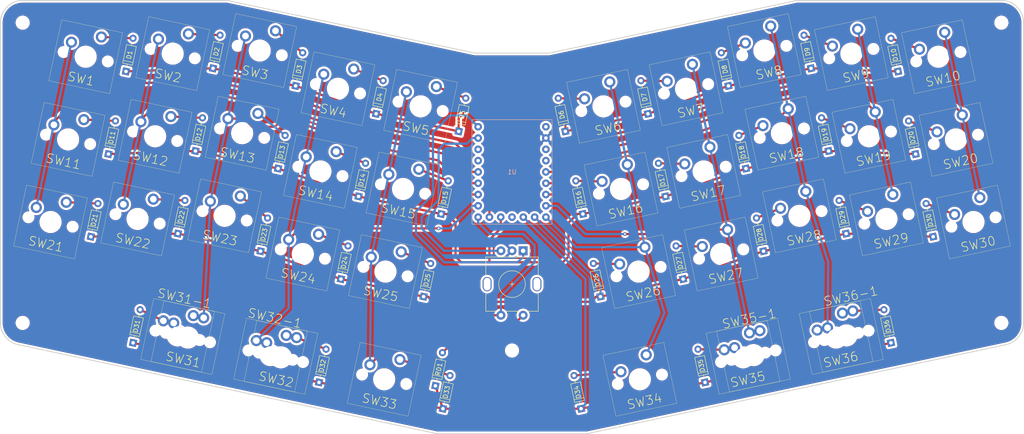
<source format=kicad_pcb>
(kicad_pcb (version 20211014) (generator pcbnew)
  (layers (0 "F.Cu" signal) (31 "B.Cu" signal) (34 "B.Paste" user) (35 "F.Paste" user) (36 "B.SilkS" user "B.Silkscreen") (37 "F.SilkS" user "F.Silkscreen") (38 "B.Mask" user) (39 "F.Mask" user) (44 "Edge.Cuts" user))
  (net 0 "")
  (net 1 "l3")
  (net 2 "Net-(D1-Pad2)")
  (net 3 "Net-(D2-Pad2)")
  (net 4 "Net-(D3-Pad2)")
  (net 5 "Net-(D4-Pad2)")
  (net 6 "Net-(D6-Pad2)")
  (net 7 "Net-(D7-Pad2)")
  (net 8 "Net-(D8-Pad2)")
  (net 9 "Net-(D10-Pad2)")
  (net 10 "l2")
  (net 11 "Net-(D11-Pad2)")
  (net 12 "Net-(D12-Pad2)")
  (net 13 "Net-(D13-Pad2)")
  (net 14 "Net-(D14-Pad2)")
  (net 15 "Net-(D15-Pad2)")
  (net 16 "Net-(D16-Pad2)")
  (net 17 "Net-(D17-Pad2)")
  (net 18 "Net-(D18-Pad2)")
  (net 19 "Net-(D19-Pad2)")
  (net 20 "Net-(D20-Pad2)")
  (net 21 "l1")
  (net 22 "Net-(D21-Pad2)")
  (net 23 "Net-(D22-Pad2)")
  (net 24 "Net-(D24-Pad2)")
  (net 25 "Net-(D25-Pad2)")
  (net 26 "Net-(D26-Pad2)")
  (net 27 "Net-(D27-Pad2)")
  (net 28 "Net-(D28-Pad2)")
  (net 29 "Net-(D29-Pad2)")
  (net 30 "Net-(D30-Pad2)")
  (net 31 "l0")
  (net 32 "Net-(D31-Pad2)")
  (net 33 "Net-(D32-Pad2)")
  (net 34 "Net-(D33-Pad2)")
  (net 35 "Net-(D34-Pad2)")
  (net 36 "Net-(D35-Pad2)")
  (net 37 "Net-(D36-Pad2)")
  (net 38 "Net-(R1-Pad1)")
  (net 39 "c1")
  (net 40 "Net-(R1-PadA)")
  (net 41 "Net-(R1-PadB)")
  (net 42 "GND")
  (net 43 "c8")
  (net 46 "Net-(D5-Pad2)")
  (net 47 "c0")
  (net 48 "c2")
  (net 49 "c3")
  (net 50 "c4")
  (net 51 "c5")
  (net 52 "c6")
  (net 53 "c7")
  (net 54 "c9")
  (net 59 "Net-(D9-Pad2)")
  (net 60 "Net-(D23-Pad2)")
  (footprint "MountingHole:MountingHole_2.2mm_M2" (layer "F.Cu") (at 150 130)
    (fp_text reference "H4" hide)
    (fp_text value "MountingHole" hide)
  )
  (footprint "keyb-footprints:Diode" (layer "F.Cu") (at 111.527191 113.932302 78)
    (fp_text reference "D24")
    (fp_text value "Diode" hide)
  )
  (footprint "keyb-footprints:MX-5pin" (layer "F.Cu") (at 50.162914 82.515252 -12)
    (fp_text reference "SW11")
    (fp_text value "key" hide)
  )
  (footprint "keyb-footprints:Diode" (layer "F.Cu") (at 55.278987 104.404435 78)
    (fp_text reference "D21")
    (fp_text value "Diode" hide)
  )
  (footprint "keyb-footprints:Diode" (layer "F.Cu") (at 63.179631 67.234826 78)
    (fp_text reference "D1")
    (fp_text value "Diode" hide)
  )
  (footprint "keyb-footprints:Diode" (layer "F.Cu") (at 165.533506 143.08879 102)
    (fp_text reference "D34")
    (fp_text value "Diode" hide)
  )
  (footprint "keyb-footprints:Diode" (layer "F.Cu") (at 202.613502 89.074074 102)
    (fp_text reference "D18")
    (fp_text value "Diode" hide)
  )
  (footprint "keyb-footprints:Diode" (layer "F.Cu") (at 132.770203 137.942319 78)
    (fp_text reference "RD1")
    (fp_text value "Diode" hide)
  )
  (footprint "keyb-footprints:Diode" (layer "F.Cu") (at 193.410713 137.163307 102)
    (fp_text reference "D35")
    (fp_text value "Diode" hide)
  )
  (footprint "keyb-footprints:MX-5pin" (layer "F.Cu") (at 170.559965 75.085535 12)
    (fp_text reference "SW6")
    (fp_text value "key" hide)
  )
  (footprint "keyb-footprints:MX-5pin" (layer "F.Cu") (at 125.489712 93.670339 -12)
    (fp_text reference "SW15")
    (fp_text value "key" hide)
  )
  (footprint "keyb-footprints:Diode" (layer "F.Cu") (at 78.801694 85.123752 78)
    (fp_text reference "D12")
    (fp_text value "Diode" hide)
  )
  (footprint "keyb-footprints:Diode" (layer "F.Cu") (at 97.386499 89.074074 78)
    (fp_text reference "D13")
    (fp_text value "Diode" hide)
  )
  (footprint "keyb-footprints:MX-5pin" (layer "F.Cu") (at 54.113236 63.930447 -12)
    (fp_text reference "SW1")
    (fp_text value "key" hide)
  )
  (footprint "keyb-footprints:MX-5pin" (layer "F.Cu") (at 73.685621 63.234568 -12)
    (fp_text reference "SW2")
    (fp_text value "key" hide)
  )
  (footprint "keyb-footprints:MX-5pin" (layer "F.Cu") (at 69.735299 81.819373 -12)
    (fp_text reference "SW12")
    (fp_text value "key" hide)
  )
  (footprint "keyb-footprints:MX-5pin" (layer "F.Cu") (at 206.741994 62.538689 12)
    (fp_text reference "SW8")
    (fp_text value "key" hide)
  )
  (footprint "keyb-footprints:MX-5pin" (layer "F.Cu") (at 234.215023 100.404177 12)
    (fp_text reference "SW29")
    (fp_text value "key" hide)
  )
  (footprint "keyb-footprints:Diode" (layer "F.Cu") (at 180.572166 76.762693 102)
    (fp_text reference "D7")
    (fp_text value "Diode" hide)
  )
  (footprint "keyb-footprints:Diode" (layer "F.Cu") (at 59.229309 85.819631 78)
    (fp_text reference "D11")
    (fp_text value "Diode" hide)
  )
  (footprint "keyb-footprints:MX-5pin" (layer "F.Cu") (at 201.983316 131.535827 12)
    (fp_text reference "SW35")
    (fp_text value "key" hide)
  )
  (footprint "keyb-footprints:Diode" (layer "F.Cu") (at 236.820381 67.234859 102)
    (fp_text reference "D10")
    (fp_text value "Diode" hide)
  )
  (footprint "keyb-footprints:Diode" (layer "F.Cu") (at 130.111995 117.882624 78)
    (fp_text reference "D25")
    (fp_text value "Diode" hide)
  )
  (footprint "keyb-footprints:MX-5pin" (layer "F.Cu") (at 121.53939 112.255144 -12)
    (fp_text reference "SW25")
    (fp_text value "key" hide)
  )
  (footprint "keyb-footprints:MX-5pin" (layer "F.Cu") (at 178.46061 112.255144 12)
    (fp_text reference "SW26")
    (fp_text value "key" hide)
  )
  (footprint "keyb-footprints:MX-5pin" (layer "F.Cu") (at 110.85523 71.135213 -12)
    (fp_text reference "SW4")
    (fp_text value "key" hide)
  )
  (footprint "keyb-footprints:Diode" (layer "F.Cu") (at 74.851372 103.708556 78)
    (fp_text reference "D22")
    (fp_text value "Diode" hide)
  )
  (footprint "keyb-footprints:MX-5pin" (layer "F.Cu") (at 178.752311 136.47373 12)
    (fp_text reference "SW34")
    (fp_text value "key" hide)
  )
  (footprint "keyb-footprints:MX-5pin" (layer "F.Cu") (at 98.016683 131.535827 -12)
    (fp_text reference "SW32")
    (fp_text value "key" hide)
  )
  (footprint "keyb-footprints:Diode" (layer "F.Cu") (at 188.472813 113.932296 102)
    (fp_text reference "D27")
    (fp_text value "Diode" hide)
  )
  (footprint "keyb-footprints:MX-5pin" (layer "F.Cu") (at 204.306417 131.042036 12)
    (fp_text reference "SW35-1")
    (fp_text value "key" hide)
  )
  (footprint "keyb-footprints:MX-5pin" (layer "F.Cu") (at 77.108778 127.091714 -12)
    (fp_text reference "SW31")
    (fp_text value "key" hide)
  )
  (footprint "keyb-footprints:Diode" (layer "F.Cu") (at 134.062318 99.297819 78)
    (fp_text reference "D15")
    (fp_text value "Diode" hide)
  )
  (footprint "keyb-footprints:Diode" (layer "F.Cu") (at 93.436177 107.658878 78)
    (fp_text reference "D23")
    (fp_text value "Diode" hide)
  )
  (footprint "keyb-footprints:MX-5pin" (layer "F.Cu") (at 121.247688 136.47373 -12)
    (fp_text reference "SW33")
    (fp_text value "key" hide)
  )
  (footprint "keyb-footprints:Diode" (layer "F.Cu") (at 184.522488 95.347497 102)
    (fp_text reference "D17")
    (fp_text value "Diode" hide)
  )
  (footprint "keyb-footprints:MX-5pin" (layer "F.Cu") (at 129.440034 75.085535 -12)
    (fp_text reference "SW5")
    (fp_text value "key" hide)
  )
  (footprint "keyb-footprints:MX-5pin" (layer "F.Cu") (at 193.095092 89.720017 12)
    (fp_text reference "SW17")
    (fp_text value "key" hide)
  )
  (footprint "MountingHole:MountingHole_2.2mm_M2" (layer "F.Cu") (at 39.945029 56.271126)
    (fp_text reference "H3" hide)
    (fp_text value "MountingHole" hide)
  )
  (footprint "keyb-footprints:Diode" (layer "F.Cu") (at 198.663182 70.489264 102)
    (fp_text reference "D8")
    (fp_text value "Diode" hide)
  )
  (footprint "keyb-footprints:MX-5pin" (layer "F.Cu") (at 245.886763 63.930447 12)
    (fp_text reference "SW10")
    (fp_text value "key" hide)
  )
  (footprint "keyb-footprints:Diode" (layer "F.Cu") (at 206.563827 107.658873 102)
    (fp_text reference "D28")
    (fp_text value "Diode" hide)
  )
  (footprint "keyb-footprints:Diode" (layer "F.Cu") (at 138.01264 80.713015 78)
    (fp_text reference "D5")
    (fp_text value "Diode" hide)
  )
  (footprint "keyb-footprints:MX-5pin" (layer "F.Cu") (at 174.510287 93.670339 12)
    (fp_text reference "SW16")
    (fp_text value "key" hide)
  )
  (footprint "keyb-footprints:MX-5pin" (layer "F.Cu") (at 89.307684 81.123494 -12)
    (fp_text reference "SW13")
    (fp_text value "key" hide)
  )
  (footprint "keyb-footprints:MX-5pin" (layer "F.Cu") (at 65.784977 100.404177 -12)
    (fp_text reference "SW22")
    (fp_text value "key" hide)
  )
  (footprint "keyb-footprints:Diode" (layer "F.Cu") (at 244.721013 104.404435 102)
    (fp_text reference "D30")
    (fp_text value "Diode" hide)
  )
  (footprint "keyb-footprints:MX-5pin" (layer "F.Cu") (at 249.837086 82.515252 12)
    (fp_text reference "SW20")
    (fp_text value "key" hide)
  )
  (footprint "keyb-footprints:Diode" (layer "F.Cu") (at 217.247996 66.53898 102)
    (fp_text reference "D9")
    (fp_text value "Diode" hide)
  )
  (footprint "keyb-footprints:MX-5pin" (layer "F.Cu") (at 226.314403 63.234634 12)
    (fp_text reference "SW9")
    (fp_text value "key" hide)
  )
  (footprint "keyb-footprints:MX-5pin" (layer "F.Cu") (at 189.144775 71.135202 12)
    (fp_text reference "SW7")
    (fp_text value "key" hide)
  )
  (footprint "keyb-footprints:Diode" (layer "F.Cu") (at 221.198306 85.123752 102)
    (fp_text reference "D19")
    (fp_text value "Diode" hide)
  )
  (footprint "keyb-footprints:RotaryEncoder_EC11" (layer "F.Cu") (at 150 115.072035 -90)
    (fp_text reference "R1")
    (fp_text value "EC11-MX-Alps")
  )
  (footprint "keyb-footprints:Diode" (layer "F.Cu") (at 106.589288 137.163307 78)
    (fp_text reference "D32")
    (fp_text value "Diode" hide)
  )
  (footprint "keyb-footprints:MX-5pin" (layer "F.Cu") (at 214.642638 99.708298 12)
    (fp_text reference "SW28")
    (fp_text value "key" hide)
  )
  (footprint "keyb-footprints:Diode" (layer "F.Cu") (at 161.987361 80.713015 102)
    (fp_text reference "D6")
    (fp_text value "Diode" hide)
  )
  (footprint "keyb-footprints:Diode" (layer "F.Cu") (at 101.336821 70.48927 78)
    (fp_text reference "D3")
    (fp_text value "Diode" hide)
  )
  (footprint "keyb-footprints:MX-5pin" (layer "F.Cu") (at 46.212592 101.100056 -12)
    (fp_text reference "SW21")
    (fp_text value "key" hide)
  )
  (footprint "keyb-footprints:MX-5pin" (layer "F.Cu") (at 225.214322 126.597924 12)
    (fp_text reference "SW36-1")
    (fp_text value "key" hide)
  )
  (footprint "keyb-footprints:MX-5pin" (layer "F.Cu") (at 95.693582 131.042036 -12)
    (fp_text reference "SW32-1")
    (fp_text value "key" hide)
  )
  (footprint "keyb-footprints:Diode" (layer "F.Cu") (at 119.427835 76.762693 78)
    (fp_text reference "D4")
    (fp_text value "Diode" hide)
  )
  (footprint "keyb-footprints:MX-5pin" (layer "F.Cu") (at 74.785678 126.597924 -12)
    (fp_text reference "SW31-1")
    (fp_text value "key" hide)
  )
  (footprint "keyb-footprints:Diode" (layer "F.Cu") (at 240.770691 85.819631 102)
    (fp_text reference "D20")
    (fp_text value "Diode" hide)
  )
  (footprint "MountingHole:MountingHole_2.2mm_M2" (layer "F.Cu") (at 39.945029 123.792849)
    (fp_text reference "H1" hide)
    (fp_text value "MountingHole" hide)
  )
  (footprint "keyb-footprints:MX-5pin" (layer "F.Cu") (at 230.264701 81.819373 12)
    (fp_text reference "SW19")
    (fp_text value "key" hide)
  )
  (footprint "keyb-footprints:Diode" (layer "F.Cu") (at 134.466495 143.08879 78)
    (fp_text reference "D33")
    (fp_text value "Diode" hide)
  )
  (footprint "MountingHole:MountingHole_2.2mm_M2" (layer "F.Cu") (at 260.055 56.2711)
    (fp_text reference "H5" hide)
    (fp_text value "MountingHole" hide)
  )
  (footprint "keyb-footprints:MX-5pin" (layer "F.Cu") (at 197.045421 108.30481 12)
    (fp_text reference "SW27")
    (fp_text value "key" hide)
  )
  (footprint "keyb-footprints:Diode" (layer "F.Cu") (at 225.148628 103.708556 102)
    (fp_text reference "D29")
    (fp_text value "Diode" hide)
  )
  (footprint "MountingHole:MountingHole_2.2mm_M2" (layer "F.Cu") (at 260.055 123.7928)
    (fp_text reference "H2" hide)
    (fp_text value "MountingHole" hide)
  )
  (footprint "keyb-footprints:MX-5pin" (layer "F.Cu") (at 106.904908 89.720017 -12)
    (fp_text reference "SW14")
    (fp_text value "key" hide)
  )
  (footprint "keyb-footprints:Diode" (layer "F.Cu") (at 64.773478 128.275082 78)
    (fp_text reference "D31")
    (fp_text value "Diode" hide)
  )
  (footprint "keyb-footprints:MX-5pin" (layer "F.Cu") (at 253.787408 101.100056 12)
    (fp_text reference "SW30")
    (fp_text value "key" hide)
  )
  (footprint "keyb-footprints:MX-5pin" (layer "F.Cu") (at 210.692316 81.123494 12)
    (fp_text reference "SW18")
    (fp_text value "key" hide)
  )
  (footprint "keyb-footprints:Diode" (layer "F.Cu") (at 82.752016 66.538947 78)
    (fp_text reference "D2")
    (fp_text value "Diode" hide)
  )
  (footprint "keyb-footprints:Diode" (layer "F.Cu") (at 165.937683 99.297819 102)
    (fp_text reference "D16")
    (fp_text value "Diode" hide)
  )
  (footprint "keyb-footprints:MX-5pin" (layer "F.Cu") (at 102.954586 108.304821 -12)
    (fp_text reference "SW24")
    (fp_text value "key" hide)
  )
  (footprint "keyb-footprints:MX-5pin" (layer "F.Cu") (at 222.891221 127.091714 12)
    (fp_text reference "SW36")
    (fp_text value "key" hide)
  )
  (footprint "keyb-footprints:MX-5pin" (layer "F.Cu") (at 85.357362 99.708298 -12)
    (fp_text reference "SW23")
    (fp_text value "key" hide)
  )
  (footprint "keyb-footprints:Diode" (layer "F.Cu") (at 169.888005 117.882624 102)
    (fp_text reference "D26")
    (fp_text value "Diode" hide)
  )
  (footprint "keyb-footprints:Diode" (layer "F.Cu") (at 235.226522 128.275082 102)
    (fp_text reference "D36")
    (fp_text value "Diode" hide)
  )
  (footprint "keyb-footprints:Diode" (layer "F.Cu") (at 115.477513 95.347497 78)
    (fp_text reference "D14")
    (fp_text value "Diode" hide)
  )
  (footprint "keyb-footprints:MX-5pin" (layer "F.Cu") (at 93.258006 62.538689 -12)
    (fp_text reference "SW3")
    (fp_text value "key" hide)
  )
  (footprint "keyb-footprints:RP2040" (layer "B.Cu") (at 150 89.84 180)
    (fp_text reference "U1")
    (fp_text value "RP2040")
  )
  (gr_line (start 158.304822 63.122093) (end 214.059235 51.271126) (layer "Edge.Cuts") (width 0.2))
  (gr_line (start 133.211131 148.728874) (end 38.90547 128.683587) (layer "Edge.Cuts") (width 0.2))
  (gr_line (start 141.695178 63.122093) (end 85.940765 51.271126) (layer "Edge.Cuts") (width 0.2))
  (gr_line (start 34.945029 123.792849) (end 34.945029 56.271126) (layer "Edge.Cuts") (width 0.2))
  (gr_line (start 39.945029 51.271126) (end 85.940765 51.271126) (layer "Edge.Cuts") (width 0.2))
  (gr_arc (start 260.054971 51.271126) (mid 263.590514 52.735583) (end 265.054971 56.271126) (layer "Edge.Cuts") (width 0.2))
  (gr_arc (start 34.945029 56.271126) (mid 36.409496 52.735594) (end 39.945029 51.271126) (layer "Edge.Cuts") (width 0.2))
  (gr_arc (start 38.90547 128.683587) (mid 36.0593 126.93945) (end 34.945029 123.792849) (layer "Edge.Cuts") (width 0.2))
  (gr_line (start 141.695178 63.122093) (end 158.304822 63.122093) (layer "Edge.Cuts") (width 0.2))
  (gr_line (start 265.054971 123.792849) (end 265.054971 56.271126) (layer "Edge.Cuts") (width 0.2))
  (gr_arc (start 265.054971 123.792849) (mid 263.94068 126.939418) (end 261.09453 128.683587) (layer "Edge.Cuts") (width 0.2))
  (gr_line (start 166.788869 148.728874) (end 261.09453 128.683587) (layer "Edge.Cuts") (width 0.2))
  (gr_line (start 133.211131 148.728874) (end 166.788869 148.728874) (layer "Edge.Cuts") (width 0.2))
  (gr_line (start 260.054971 51.271126) (end 214.059235 51.271126) (layer "Edge.Cuts") (width 0.2))
  (segment (start 138.01264 80.713015) (end 138.01264 77.69736) (width 0.5) (layer "F.Cu") (net 1))
  (segment (start 119.427835 76.762693) (end 138.01264 80.713015) (width 0.5) (layer "F.Cu") (net 1))
  (segment (start 161.987361 80.713015) (end 180.572166 76.762693) (width 0.5) (layer "F.Cu") (net 1))
  (segment (start 101.336821 70.48927) (end 119.427835 76.762693) (width 0.5) (layer "F.Cu") (net 1))
  (segment (start 160.16 75.87) (end 161.987361 77.697361) (width 0.5) (layer "F.Cu") (net 1))
  (segment (start 139.84 75.87) (end 144.92 75.87) (width 0.5) (layer "F.Cu") (net 1))
  (segment (start 82.752016 66.538947) (end 101.336821 70.48927) (width 0.5) (layer "F.Cu") (net 1))
  (segment (start 217.247996 66.53898) (end 236.820381 67.234859) (width 0.5) (layer "F.Cu") (net 1))
  (segment (start 144.92 75.87) (end 160.16 75.87) (width 0.5) (layer "F.Cu") (net 1))
  (segment (start 198.663182 70.489264) (end 217.247996 66.53898) (width 0.5) (layer "F.Cu") (net 1))
  (segment (start 161.987361 77.697361) (end 161.987361 80.713015) (width 0.5) (layer "F.Cu") (net 1))
  (segment (start 180.572166 76.762693) (end 198.663182 70.489264) (width 0.5) (layer "F.Cu") (net 1))
  (segment (start 144.92 100) (end 144.92 75.87) (width 0.5) (layer "F.Cu") (net 1))
  (segment (start 63.179631 67.234826) (end 82.752016 66.538947) (width 0.5) (layer "F.Cu") (net 1))
  (segment (start 138.01264 77.69736) (end 139.84 75.87) (width 0.5) (layer "F.Cu") (net 1))
  (segment (start 64.763918 59.781341) (end 57.653922 59.489553) (width 0.5) (layer "F.Cu") (net 2))
  (segment (start 84.336303 59.085462) (end 77.226307 58.793674) (width 0.5) (layer "F.Cu") (net 3))
  (segment (start 102.921108 63.035785) (end 96.798692 58.097795) (width 0.5) (layer "F.Cu") (net 4))
  (segment (start 121.012122 69.309208) (end 114.395916 66.694319) (width 0.5) (layer "F.Cu") (net 5))
  (segment (start 160.403074 73.25953) (end 166.305127 73.393184) (width 0.5) (layer "F.Cu") (net 6))
  (segment (start 178.987884 69.309197) (end 184.889937 69.442851) (width 0.5) (layer "F.Cu") (net 7))
  (segment (start 197.078895 63.035779) (end 202.487156 60.846338) (width 0.5) (layer "F.Cu") (net 8))
  (segment (start 235.236069 59.781308) (end 241.631925 62.238096) (width 0.5) (layer "F.Cu") (net 9))
  (segment (start 78.801694 85.123752) (end 59.229309 85.819631) (width 0.5) (layer "F.Cu") (net 10))
  (segment (start 97.386499 89.074074) (end 78.801694 85.123752) (width 0.5) (layer "F.Cu") (net 10))
  (segment (start 240.770691 85.819631) (end 221.198306 85.123752) (width 0.5) (layer "F.Cu") (net 10))
  (segment (start 144.92 105.08) (end 144.92 110.16) (width 0.5) (layer "F.Cu") (net 10))
  (segment (start 137.3 108.89) (end 138.57 110.16) (width 0.5) (layer "F.Cu") (net 10))
  (segment (start 137.3 101.27) (end 137.3 108.89) (width 0.5) (layer "F.Cu") (net 10))
  (segment (start 162.7 108.89) (end 161.43 110.16) (width 0.5) (layer "F.Cu") (net 10))
  (segment (start 138.57 110.16) (end 144.92 110.16) (width 0.5) (layer "F.Cu") (net 10))
  (segment (start 165.937683 99.297819) (end 164.672181 99.297819) (width 0.5) (layer "F.Cu") (net 10))
  (segment (start 134.062318 99.297819) (end 135.327819 99.297819) (width 0.5) (layer "F.Cu") (net 10))
  (segment (start 147.46 100) (end 147.46 102.54) (width 0.5) (layer "F.Cu") (net 10))
  (segment (start 135.327819 99.297819) (end 137.3 101.27) (width 0.5) (layer "F.Cu") (net 10))
  (segment (start 134.062318 99.297819) (end 115.477513 95.347497) (width 0.5) (layer "F.Cu") (net 10))
  (segment (start 115.477513 95.347497) (end 97.386499 89.074074) (width 0.5) (layer "F.Cu") (net 10))
  (segment (start 144.92 110.16) (end 161.43 110.16) (width 0.5) (layer "F.Cu") (net 10))
  (segment (start 202.613502 89.074074) (end 184.522488 95.347497) (width 0.5) (layer "F.Cu") (net 10))
  (segment (start 184.522488 95.347497) (end 165.937683 99.297819) (width 0.5) (layer "F.Cu") (net 10))
  (segment (start 147.46 102.54) (end 144.92 105.08) (width 0.5) (layer "F.Cu") (net 10))
  (segment (start 162.7 101.27) (end 162.7 108.89) (width 0.5) (layer "F.Cu") (net 10))
  (segment (start 164.672181 99.297819) (end 162.7 101.27) (width 0.5) (layer "F.Cu") (net 10))
  (segment (start 221.198306 85.123752) (end 202.613502 89.074074) (width 0.5) (layer "F.Cu") (net 10))
  (segment (start 60.813596 78.366146) (end 53.7036 78.074358) (width 0.5) (layer "F.Cu") (net 11))
  (segment (start 80.385981 77.670267) (end 73.275985 77.378479) (width 0.5) (layer "F.Cu") (net 12))
  (segment (start 98.970786 81.62059) (end 92.84837 76.6826) (width 0.5) (layer "B.Cu") (net 13))
  (segment (start 117.0618 87.894013) (end 110.445594 85.279124) (width 0.5) (layer "F.Cu") (net 14))
  (segment (start 135.646605 91.844335) (end 129.030398 89.229446) (width 0.5) (layer "F.Cu") (net 15))
  (segment (start 164.353396 91.844334) (end 170.255449 91.977988) (width 0.5) (layer "F.Cu") (net 16))
  (segment (start 182.938206 87.894001) (end 188.840259 88.027655) (width 0.5) (layer "F.Cu") (net 17))
  (segment (start 201.029217 81.620583) (end 206.437478 79.431142) (width 0.5) (layer "F.Cu") (net 18))
  (segment (start 219.614031 77.670299) (end 226.009887 80.127087) (width 0.5) (layer "F.Cu") (net 19))
  (segment (start 239.186391 78.366112) (end 245.582247 80.8229) (width 0.5) (layer "F.Cu") (net 20))
  (segment (start 244.721013 104.404435) (end 225.148628 103.708556) (width 0.5) (layer "F.Cu") (net 21))
  (segment (start 206.563824 107.658878) (end 188.47281 113.932301) (width 0.5) (layer "F.Cu") (net 21))
  (segment (start 225.148628 103.708556) (end 206.563824 107.658878) (width 0.5) (layer "F.Cu") (net 21))
  (segment (start 55.278987 104.404435) (end 74.851372 103.708556) (width 0.5) (layer "F.Cu") (net 21))
  (segment (start 130.111995 117.882624) (end 131.052624 117.882624) (width 0.5) (layer "F.Cu") (net 21))
  (segment (start 74.851372 103.708556) (end 93.436177 107.658878) (width 0.5) (layer "F.Cu") (net 21))
  (segment (start 167.78 119.05) (end 168.947376 117.882624) (width 0.5) (layer "F.Cu") (net 21))
  (segment (start 93.436177 107.658878) (end 111.527191 113.932302) (width 0.5) (layer "F.Cu") (net 21))
  (segment (start 132.22 119.05) (end 167.78 119.05) (width 0.5) (layer "F.Cu") (net 21))
  (segment (start 111.527191 113.932302) (end 130.111995 117.882624) (width 0.5) (layer "F.Cu") (net 21))
  (segment (start 168.947376 117.882624) (end 169.888005 117.882624) (width 0.5) (layer "F.Cu") (net 21))
  (segment (start 131.052624 117.882624) (end 132.22 119.05) (width 0.5) (layer "F.Cu") (net 21))
  (segment (start 169.888005 117.882624) (end 188.472813 113.932296) (width 0.5) (layer "F.Cu") (net 21))
  (segment (start 155.08 100) (end 169.888005 114.808005) (width 0.5) (layer "B.Cu") (net 21))
  (segment (start 169.888005 114.808005) (end 169.888005 117.882624) (width 0.5) (layer "B.Cu") (net 21))
  (segment (start 56.863274 96.95095) (end 49.753278 96.659162) (width 0.5) (layer "F.Cu") (net 22))
  (segment (start 76.435659 96.255071) (end 69.325663 95.963283) (width 0.5) (layer "F.Cu") (net 23))
  (segment (start 113.111478 106.478817) (end 106.495272 103.863928) (width 0.5) (layer "F.Cu") (net 24))
  (segment (start 131.696283 110.429139) (end 125.080076 107.81425) (width 0.5) (layer "F.Cu") (net 25))
  (segment (start 168.303718 110.429139) (end 174.205771 110.562793) (width 0.5) (layer "F.Cu") (net 26))
  (segment (start 186.888528 106.478806) (end 192.790581 106.61246) (width 0.5) (layer "F.Cu") (net 27))
  (segment (start 204.97954 100.205388) (end 210.387801 98.015947) (width 0.5) (layer "F.Cu") (net 28))
  (segment (start 223.564341 96.255071) (end 229.960197 98.711859) (width 0.5) (layer "F.Cu") (net 29))
  (segment (start 243.136713 96.950917) (end 249.532569 99.407705) (width 0.5) (layer "F.Cu") (net 30))
  (segment (start 165.533506 143.08879) (end 235.226522 128.275082) (width 0.5) (layer "F.Cu") (net 31))
  (segment (start 106.589288 137.163307) (end 64.773478 128.275082) (width 0.5) (layer "F.Cu") (net 31))
  (segment (start 165.533506 143.08879) (end 134.466495 143.08879) (width 0.5) (layer "F.Cu") (net 31))
  (segment (start 134.466495 143.08879) (end 106.589288 137.163307) (width 0.5) (layer "F.Cu") (net 31))
  (segment (start 132.770203 137.942319) (end 134.466495 143.08879) (width 0.5) (layer "F.Cu") (net 31))
  (segment (start 166.51 142.112296) (end 165.533506 143.08879) (width 0.5) (layer "B.Cu") (net 31))
  (segment (start 152.54 100) (end 166.51 113.97) (width 0.5) (layer "B.Cu") (net 31))
  (segment (start 166.51 113.97) (end 166.51 142.112296) (width 0.5) (layer "B.Cu") (net 31))
  (segment (start 66.357765 120.821597) (end 71.587031 123.321286) (width 0.5) (layer "F.Cu") (net 32))
  (segment (start 108.173575 129.709822) (end 101.557369 127.094933) (width 0.5) (layer "F.Cu") (net 33))
  (segment (start 136.050782 135.635305) (end 124.788374 132.032836) (width 0.5) (layer "F.Cu") (net 34))
  (segment (start 163.949219 135.635305) (end 174.497473 134.781379) (width 0.5) (layer "F.Cu") (net 35))
  (segment (start 191.826426 129.709822) (end 197.728478 129.843476) (width 0.5) (layer "F.Cu") (net 36))
  (segment (start 226.642626 121.100838) (end 233.642235 120.821597) (width 0.5) (layer "F.Cu") (net 37))
  (segment (start 150.442035 124.13) (end 152.5 122.072035) (width 0.5) (layer "F.Cu") (net 38))
  (segment (start 140.713324 124.13) (end 150.442035 124.13) (width 0.5) (layer "F.Cu") (net 38))
  (segment (start 134.35449 130.488834) (end 140.713324 124.13) (width 0.5) (layer "F.Cu") (net 38))
  (segment (start 80.769365 71.855965) (end 72.773317 71.855965) (width 0.5) (layer "F.Cu") (net 39))
  (segment (start 136.03 86.03) (end 117.445195 82.079678) (width 0.5) (layer "F.Cu") (net 39))
  (segment (start 138.57 88.57) (end 136.03 86.03) (width 0.5) (layer "F.Cu") (net 39))
  (segment (start 138.57 89.84) (end 138.57 88.57) (width 0.5) (layer "F.Cu") (net 39))
  (segment (start 66.536652 78.09263) (end 66.536652 78.542735) (width 0.5) (layer "F.Cu") (net 39))
  (segment (start 141.11 92.38) (end 138.57 89.84) (width 0.5) (layer "F.Cu") (net 39))
  (segment (start 99.354179 75.806249) (end 80.769365 71.855965) (width 0.5) (layer "F.Cu") (net 39))
  (segment (start 72.773317 71.855965) (end 66.536652 78.09263) (width 0.5) (layer "F.Cu") (net 39))
  (segment (start 117.445195 82.079678) (end 99.354179 75.806249) (width 0.5) (layer "F.Cu") (net 39))
  (segment (start 142.38 92.38) (end 141.11 92.38) (width 0.5) (layer "F.Cu") (net 39))
  (segment (start 70.486974 59.95793) (end 62.58633 97.127539) (width 0.5) (layer "B.Cu") (net 39))
  (segment (start 128.41 103.81) (end 128.41 98.73) (width 0.5) (layer "B.Cu") (net 40))
  (segment (start 151.27 110.16) (end 134.76 110.16) (width 0.5) (layer "B.Cu") (net 40))
  (segment (start 128.41 98.73) (end 132.22 94.92) (width 0.5) (layer "B.Cu") (net 40))
  (segment (start 132.22 80.95) (end 136.03 77.14) (width 0.5) (layer "B.Cu") (net 40))
  (segment (start 139.84 77.14) (end 142.38 79.68) (width 0.5) (layer "B.Cu") (net 40))
  (segment (start 152.5 107.572035) (end 152.5 108.93) (width 0.5) (layer "B.Cu") (net 40))
  (segment (start 132.22 94.92) (end 132.22 80.95) (width 0.5) (layer "B.Cu") (net 40))
  (segment (start 136.03 77.14) (end 139.84 77.14) (width 0.5) (layer "B.Cu") (net 40))
  (segment (start 152.5 108.93) (end 151.27 110.16) (width 0.5) (layer "B.Cu") (net 40))
  (segment (start 134.76 110.16) (end 128.41 103.81) (width 0.5) (layer "B.Cu") (net 40))
  (segment (start 147.5 107.572035) (end 134.712035 107.572035) (width 0.5) (layer "B.Cu") (net 41))
  (segment (start 134.76 83.49) (end 139.84 83.49) (width 0.5) (layer "B.Cu") (net 41))
  (segment (start 134.712035 107.572035) (end 129.68 102.54) (width 0.5) (layer "B.Cu") (net 41))
  (segment (start 141.11 82.22) (end 142.38 82.22) (width 0.5) (layer "B.Cu") (net 41))
  (segment (start 129.68 100) (end 133.49 96.19) (width 0.5) (layer "B.Cu") (net 41))
  (segment (start 139.84 83.49) (end 141.11 82.22) (width 0.5) (layer "B.Cu") (net 41))
  (segment (start 129.68 102.54) (end 129.68 100) (width 0.5) (layer "B.Cu") (net 41))
  (segment (start 133.49 84.76) (end 134.76 83.49) (width 0.5) (layer "B.Cu") (net 41))
  (segment (start 133.49 96.19) (end 133.49 84.76) (width 0.5) (layer "B.Cu") (net 41))
  (segment (start 227.226683 71.855965) (end 231.693005 76.322287) (width 0.5) (layer "F.Cu") (net 43))
  (segment (start 219.230635 71.855965) (end 227.226683 71.855965) (width 0.5) (layer "F.Cu") (net 43))
  (segment (start 161.43 88.57) (end 163.97 86.03) (width 0.5) (layer "F.Cu") (net 43))
  (segment (start 163.97 86.03) (end 182.554805 82.079678) (width 0.5) (layer "F.Cu") (net 43))
  (segment (start 161.43 89.84) (end 161.43 88.57) (width 0.5) (layer "F.Cu") (net 43))
  (segment (start 157.62 92.38) (end 158.89 92.38) (width 0.5) (layer "F.Cu") (net 43))
  (segment (start 182.554805 82.079678) (end 200.645821 75.806249) (width 0.5) (layer "F.Cu") (net 43))
  (segment (start 200.645821 75.806249) (end 219.230635 71.855965) (width 0.5) (layer "F.Cu") (net 43))
  (segment (start 158.89 92.38) (end 161.43 89.84) (width 0.5) (layer "F.Cu") (net 43))
  (segment (start 227.742707 57.737548) (end 235.643327 94.907091) (width 0.5) (layer "B.Cu") (net 43))
  (segment (start 139.596927 73.25953) (end 132.98072 70.644641) (width 0.5) (layer "F.Cu") (net 46))
  (segment (start 55.528156 70.011844) (end 62.46698 70.011844) (width 0.5) (layer "F.Cu") (net 47))
  (segment (start 141.11 89.84) (end 142.38 89.84) (width 0.5) (layer "F.Cu") (net 47))
  (segment (start 100.624179 73.266249) (end 118.715195 79.539678) (width 0.5) (layer "F.Cu") (net 47))
  (segment (start 46.964267 78.575733) (end 55.528156 70.011844) (width 0.5) (layer "F.Cu") (net 47))
  (segment (start 139.84 86.03) (end 139.84 88.57) (width 0.5) (layer "F.Cu") (net 47))
  (segment (start 118.715195 79.539678) (end 137.3 83.49) (width 0.5) (layer "F.Cu") (net 47))
  (segment (start 137.3 83.49) (end 139.84 86.03) (width 0.5) (layer "F.Cu") (net 47))
  (segment (start 62.46698 70.011844) (end 82.039365 69.315965) (width 0.5) (layer "F.Cu") (net 47))
  (segment (start 82.039365 69.315965) (end 100.624179 73.266249) (width 0.5) (layer "F.Cu") (net 47))
  (segment (start 46.964267 79.238614) (end 46.964267 78.575733) (width 0.5) (layer "F.Cu") (net 47))
  (segment (start 139.84 88.57) (end 141.11 89.84) (width 0.5) (layer "F.Cu") (net 47))
  (segment (start 50.914589 60.653809) (end 43.013945 97.823418) (width 0.5) (layer "B.Cu") (net 47))
  (segment (start 133.450956 87.260956) (end 115.71 83.49) (width 0.5) (layer "F.Cu") (net 48))
  (segment (start 141.11 94.92) (end 133.450956 87.260956) (width 0.5) (layer "F.Cu") (net 48))
  (segment (start 142.38 94.92) (end 141.11 94.92) (width 0.5) (layer "F.Cu") (net 48))
  (segment (start 91.58 79.68) (end 96.66 79.68) (width 0.5) (layer "F.Cu") (net 48))
  (segment (start 100.622053 78.257947) (end 115.71 83.49) (width 0.5) (layer "F.Cu") (net 48))
  (segment (start 86.109037 77.846856) (end 89.746856 77.846856) (width 0.5) (layer "F.Cu") (net 48))
  (segment (start 96.66 79.68) (end 98.082053 78.257947) (width 0.5) (layer "F.Cu") (net 48))
  (segment (start 89.746856 77.846856) (end 91.58 79.68) (width 0.5) (layer "F.Cu") (net 48))
  (segment (start 98.082053 78.257947) (end 100.622053 78.257947) (width 0.5) (layer "F.Cu") (net 48))
  (segment (start 82.158715 96.43166) (end 80.649464 122.65082) (width 0.5) (layer "B.Cu") (net 48))
  (segment (start 90.059359 59.262051) (end 82.158715 96.43166) (width 0.5) (layer "B.Cu") (net 48))
  (segment (start 109.36 101.27) (end 110.63 102.54) (width 0.5) (layer "F.Cu") (net 49))
  (segment (start 103.514122 101.27) (end 109.36 101.27) (width 0.5) (layer "F.Cu") (net 49))
  (segment (start 99.755939 105.028183) (end 103.514122 101.27) (width 0.5) (layer "F.Cu") (net 49))
  (segment (start 110.63 102.54) (end 133.49 102.54) (width 0.5) (layer "F.Cu") (net 49))
  (via (at 133.49 102.54) (size 0.8) (drill 0.4) (layers "F.Cu" "B.Cu") (net 49))
  (segment (start 141.11 97.46) (end 142.38 97.46) (width 0.5) (layer "B.Cu") (net 49))
  (segment (start 107.656583 67.858575) (end 99.755939 105.028183) (width 0.5) (layer "B.Cu") (net 49))
  (segment (start 133.49 102.54) (end 136.03 102.54) (width 0.5) (layer "B.Cu") (net 49))
  (segment (start 99.755939 105.028183) (end 99.755939 120.504394) (width 0.5) (layer "B.Cu") (net 49))
  (segment (start 99.755939 120.504394) (end 92.494935 127.765398) (width 0.5) (layer "B.Cu") (net 49))
  (segment (start 136.03 102.54) (end 141.11 97.46) (width 0.5) (layer "B.Cu") (net 49))
  (segment (start 129.174098 122.072035) (end 118.049041 133.197092) (width 0.5) (layer "F.Cu") (net 50))
  (segment (start 147.5 122.072035) (end 129.174098 122.072035) (width 0.5) (layer "F.Cu") (net 50))
  (segment (start 126.241387 71.808897) (end 118.340743 108.978506) (width 0.5) (layer "B.Cu") (net 50))
  (segment (start 142.38 101.27) (end 144.92 103.81) (width 0.5) (layer "B.Cu") (net 50))
  (segment (start 118.340743 108.978506) (end 118.049041 133.197092) (width 0.5) (layer "B.Cu") (net 50))
  (segment (start 147.5 122.072035) (end 147.5 117.74) (width 0.5) (layer "B.Cu") (net 50))
  (segment (start 144.92 103.81) (end 152.54 103.81) (width 0.5) (layer "B.Cu") (net 50))
  (segment (start 155.08 110.16) (end 155.08 106.35) (width 0.5) (layer "B.Cu") (net 50))
  (segment (start 142.38 100) (end 142.38 101.27) (width 0.5) (layer "B.Cu") (net 50))
  (segment (start 155.08 106.35) (end 152.54 103.81) (width 0.5) (layer "B.Cu") (net 50))
  (segment (start 147.5 117.74) (end 155.08 110.16) (width 0.5) (layer "B.Cu") (net 50))
  (segment (start 171.988269 69.588449) (end 179.888914 106.758058) (width 0.5) (layer "B.Cu") (net 51))
  (segment (start 179.888914 106.758058) (end 184.29 121.59) (width 0.5) (layer "B.Cu") (net 51))
  (segment (start 184.29 121.59) (end 180.180615 130.976644) (width 0.5) (layer "B.Cu") (net 51))
  (segment (start 164.378058 106.758058) (end 157.62 100) (width 0.5) (layer "B.Cu") (net 51))
  (segment (start 179.888914 106.758058) (end 164.378058 106.758058) (width 0.5) (layer "B.Cu") (net 51))
  (segment (start 188.1 103.81) (end 175.4 103.81) (width 0.5) (layer "F.Cu") (net 52))
  (segment (start 189.102276 102.807724) (end 188.1 103.81) (width 0.5) (layer "F.Cu") (net 52))
  (segment (start 198.473725 102.807724) (end 189.102276 102.807724) (width 0.5) (layer "F.Cu") (net 52))
  (via (at 175.4 103.81) (size 0.8) (drill 0.4) (layers "F.Cu" "B.Cu") (net 52))
  (segment (start 166.51 103.81) (end 175.4 103.81) (width 0.5) (layer "B.Cu") (net 52))
  (segment (start 157.62 97.46) (end 160.16 97.46) (width 0.5) (layer "B.Cu") (net 52))
  (segment (start 203.41162 126.038741) (end 198.473725 102.807724) (width 0.5) (layer "B.Cu") (net 52))
  (segment (start 160.16 97.46) (end 166.51 103.81) (width 0.5) (layer "B.Cu") (net 52))
  (segment (start 198.473725 102.807724) (end 190.573079 65.638116) (width 0.5) (layer "B.Cu") (net 52))
  (segment (start 158.89 94.92) (end 166.549044 87.260956) (width 0.5) (layer "F.Cu") (net 53))
  (segment (start 166.549044 87.260956) (end 184.29 83.49) (width 0.5) (layer "F.Cu") (net 53))
  (segment (start 210.530457 77.216571) (end 212.12062 75.626408) (width 0.5) (layer "F.Cu") (net 53))
  (segment (start 157.62 94.92) (end 158.89 94.92) (width 0.5) (layer "F.Cu") (net 53))
  (segment (start 202.381016 77.216571) (end 210.530457 77.216571) (width 0.5) (layer "F.Cu") (net 53))
  (segment (start 184.29 83.49) (end 202.381016 77.216571) (width 0.5) (layer "F.Cu") (net 53))
  (segment (start 221.12 110.16) (end 216.070942 94.211212) (width 0.5) (layer "B.Cu") (net 53))
  (segment (start 220.959484 124.905573) (end 221.12 110.16) (width 0.5) (layer "B.Cu") (net 53))
  (segment (start 216.070942 94.211212) (end 208.170298 57.041603) (width 0.5) (layer "B.Cu") (net 53))
  (segment (start 199.375821 73.266249) (end 181.284805 79.539678) (width 0.5) (layer "F.Cu") (net 54))
  (segment (start 160.16 86.03) (end 160.16 88.57) (width 0.5) (layer "F.Cu") (net 54))
  (segment (start 251.26539 76.80539) (end 244.471844 70.011844) (width 0.5) (layer "F.Cu") (net 54))
  (segment (start 181.284805 79.539678) (end 162.7 83.49) (width 0.5) (layer "F.Cu") (net 54))
  (segment (start 217.960635 69.315965) (end 199.375821 73.266249) (width 0.5) (layer "F.Cu") (net 54))
  (segment (start 244.471844 70.011844) (end 237.53302 70.011844) (width 0.5) (layer "F.Cu") (net 54))
  (segment (start 160.16 88.57) (end 158.89 89.84) (width 0.5) (layer "F.Cu") (net 54))
  (segment (start 162.7 83.49) (end 160.16 86.03) (width 0.5) (layer "F.Cu") (net 54))
  (segment (start 158.89 89.84) (end 157.62 89.84) (width 0.5) (layer "F.Cu") (net 54))
  (segment (start 251.26539 77.018166) (end 251.26539 76.80539) (width 0.5) (layer "F.Cu") (net 54))
  (segment (start 237.53302 70.011844) (end 217.960635 69.315965) (width 0.5) (layer "F.Cu") (net 54))
  (segment (start 247.315067 58.433361) (end 255.215712 95.60297) (width 0.5) (layer "B.Cu") (net 54))
  (segment (start 215.663709 59.085495) (end 222.059565 61.542283) (width 0.5) (layer "F.Cu") (net 59))
  (segment (start 95.020464 100.205394) (end 88.898048 95.267404) (width 0.5) (layer "F.Cu") (net 60))
  (zone (net 42) (net_name "GND") (layers F&B.Cu) (connect_pads (clearance 0.508)) (min_thickness 0.254) (fill yes (thermal_gap 0.508) (thermal_bridge_width 0.508))
    (polygon (pts (arc (start 34.945029 123.792849) (mid 36.0593 126.93945) (end 38.90547 128.683587)) (xy 133.211131 148.728874) (xy 166.788869 148.728874) (arc (start 261.09453 128.683587) (mid 263.94068 126.939418) (end 265.054971 123.792849)) (arc (start 265.054971 56.271126) (mid 263.590514 52.735583) (end 260.054971 51.271126)) (xy 214.059235 51.271126) (xy 158.304822 63.122093) (xy 141.695178 63.122093) (xy 85.940765 51.271126) (arc (start 39.945029 51.271126) (mid 36.409496 52.735594) (end 34.945029 56.271126))))
  )
)
</source>
